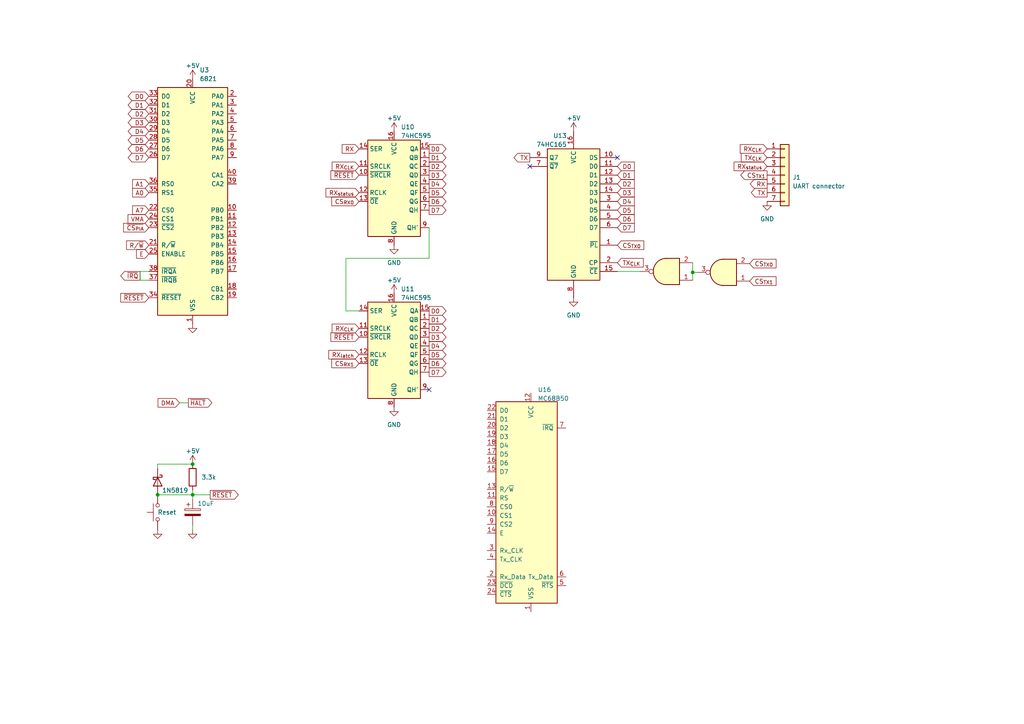
<source format=kicad_sch>
(kicad_sch (version 20230121) (generator eeschema)
  (paper "A4")
  (lib_symbols
    (symbol "+5V_1" (power) (pin_names (offset 0))
      (property "Value" "+5V_1" (at 0 3.556 0))
      (symbol "+5V_1_0_1"
        (polyline (pts (xy -0.762 1.27) (xy 0 2.54)))
        (polyline (pts (xy 0 0) (xy 0 2.54)))
        (polyline (pts (xy 0 2.54) (xy 0.762 1.27)))
      )
      (symbol "+5V_1_1_1"
        (pin power_in line (at 0 0 90) (length 0) hide (name "+5V") (number "1"))
      )
    )
    (symbol "+5V_2" (power) (pin_names (offset 0))
      (property "Value" "+5V_2" (at 0 3.556 0))
      (symbol "+5V_2_0_1"
        (polyline (pts (xy -0.762 1.27) (xy 0 2.54)))
        (polyline (pts (xy 0 0) (xy 0 2.54)))
        (polyline (pts (xy 0 2.54) (xy 0.762 1.27)))
      )
      (symbol "+5V_2_1_1"
        (pin power_in line (at 0 0 90) (length 0) hide (name "+5V") (number "1"))
      )
    )
    (symbol "74xx:74HC00" (pin_names (offset 1.016))
      (property "Reference" "U" (at 0 1.27 0))
      (property "Value" "74HC00" (at 0 -1.27 0))
      (symbol "74HC00_1_1"
        (arc (start 0 -3.81) (mid 3.7934 0) (end 0 3.81) (stroke (width 0.254)) (fill (type background)))
        (polyline (pts (xy 0 3.81) (xy -3.81 3.81) (xy -3.81 -3.81) (xy 0 -3.81)) (stroke (width 0.254)) (fill (type background)))
        (pin input line (at -7.62 2.54 0) (length 3.81) (name "~") (number "1"))
        (pin input line (at -7.62 -2.54 0) (length 3.81) (name "~") (number "2"))
        (pin output inverted (at 7.62 0 180) (length 3.81) (name "~") (number "3"))
      )
      (symbol "74HC00_1_2"
        (arc (start -3.81 -3.81) (mid -2.589 0) (end -3.81 3.81) (stroke (width 0.254)))
        (arc (start -0.6096 -3.81) (mid 2.1842 -2.5851) (end 3.81 0) (stroke (width 0.254)) (fill (type background)))
        (polyline (pts (xy -3.81 -3.81) (xy -0.635 -3.81)) (stroke (width 0.254)) (fill (type background)))
        (polyline (pts (xy -3.81 3.81) (xy -0.635 3.81)) (stroke (width 0.254)) (fill (type background)))
        (polyline (pts (xy -0.635 3.81) (xy -3.81 3.81) (xy -3.81 3.81) (xy -3.556 3.4036) (xy -3.0226 2.2606) (xy -2.6924 1.0414) (xy -2.6162 -0.254) (xy -2.7686 -1.4986) (xy -3.175 -2.7178) (xy -3.81 -3.81) (xy -3.81 -3.81) (xy -0.635 -3.81)) (stroke (width -25.4)) (fill (type background)))
        (arc (start 3.81 0) (mid 2.1915 2.5936) (end -0.6096 3.81) (stroke (width 0.254)) (fill (type background)))
        (pin input inverted (at -7.62 2.54 0) (length 4.318) (name "~") (number "1"))
        (pin input inverted (at -7.62 -2.54 0) (length 4.318) (name "~") (number "2"))
        (pin output line (at 7.62 0 180) (length 3.81) (name "~") (number "3"))
      )
      (symbol "74HC00_2_1"
        (arc (start 0 -3.81) (mid 3.7934 0) (end 0 3.81) (stroke (width 0.254)) (fill (type background)))
        (polyline (pts (xy 0 3.81) (xy -3.81 3.81) (xy -3.81 -3.81) (xy 0 -3.81)) (stroke (width 0.254)) (fill (type background)))
        (pin input line (at -7.62 2.54 0) (length 3.81) (name "~") (number "4"))
        (pin input line (at -7.62 -2.54 0) (length 3.81) (name "~") (number "5"))
        (pin output inverted (at 7.62 0 180) (length 3.81) (name "~") (number "6"))
      )
      (symbol "74HC00_2_2"
        (arc (start -3.81 -3.81) (mid -2.589 0) (end -3.81 3.81) (stroke (width 0.254)))
        (arc (start -0.6096 -3.81) (mid 2.1842 -2.5851) (end 3.81 0) (stroke (width 0.254)) (fill (type background)))
        (polyline (pts (xy -3.81 -3.81) (xy -0.635 -3.81)) (stroke (width 0.254)) (fill (type background)))
        (polyline (pts (xy -3.81 3.81) (xy -0.635 3.81)) (stroke (width 0.254)) (fill (type background)))
        (polyline (pts (xy -0.635 3.81) (xy -3.81 3.81) (xy -3.81 3.81) (xy -3.556 3.4036) (xy -3.0226 2.2606) (xy -2.6924 1.0414) (xy -2.6162 -0.254) (xy -2.7686 -1.4986) (xy -3.175 -2.7178) (xy -3.81 -3.81) (xy -3.81 -3.81) (xy -0.635 -3.81)) (stroke (width -25.4)) (fill (type background)))
        (arc (start 3.81 0) (mid 2.1915 2.5936) (end -0.6096 3.81) (stroke (width 0.254)) (fill (type background)))
        (pin input inverted (at -7.62 2.54 0) (length 4.318) (name "~") (number "4"))
        (pin input inverted (at -7.62 -2.54 0) (length 4.318) (name "~") (number "5"))
        (pin output line (at 7.62 0 180) (length 3.81) (name "~") (number "6"))
      )
      (symbol "74HC00_3_1"
        (arc (start 0 -3.81) (mid 3.7934 0) (end 0 3.81) (stroke (width 0.254)) (fill (type background)))
        (polyline (pts (xy 0 3.81) (xy -3.81 3.81) (xy -3.81 -3.81) (xy 0 -3.81)) (stroke (width 0.254)) (fill (type background)))
        (pin input line (at -7.62 -2.54 0) (length 3.81) (name "~") (number "10"))
        (pin output inverted (at 7.62 0 180) (length 3.81) (name "~") (number "8"))
        (pin input line (at -7.62 2.54 0) (length 3.81) (name "~") (number "9"))
      )
      (symbol "74HC00_3_2"
        (arc (start -3.81 -3.81) (mid -2.589 0) (end -3.81 3.81) (stroke (width 0.254)))
        (arc (start -0.6096 -3.81) (mid 2.1842 -2.5851) (end 3.81 0) (stroke (width 0.254)) (fill (type background)))
        (polyline (pts (xy -3.81 -3.81) (xy -0.635 -3.81)) (stroke (width 0.254)) (fill (type background)))
        (polyline (pts (xy -3.81 3.81) (xy -0.635 3.81)) (stroke (width 0.254)) (fill (type background)))
        (polyline (pts (xy -0.635 3.81) (xy -3.81 3.81) (xy -3.81 3.81) (xy -3.556 3.4036) (xy -3.0226 2.2606) (xy -2.6924 1.0414) (xy -2.6162 -0.254) (xy -2.7686 -1.4986) (xy -3.175 -2.7178) (xy -3.81 -3.81) (xy -3.81 -3.81) (xy -0.635 -3.81)) (stroke (width -25.4)) (fill (type background)))
        (arc (start 3.81 0) (mid 2.1915 2.5936) (end -0.6096 3.81) (stroke (width 0.254)) (fill (type background)))
        (pin input inverted (at -7.62 -2.54 0) (length 4.318) (name "~") (number "10"))
        (pin output line (at 7.62 0 180) (length 3.81) (name "~") (number "8"))
        (pin input inverted (at -7.62 2.54 0) (length 4.318) (name "~") (number "9"))
      )
      (symbol "74HC00_4_1"
        (arc (start 0 -3.81) (mid 3.7934 0) (end 0 3.81) (stroke (width 0.254)) (fill (type background)))
        (polyline (pts (xy 0 3.81) (xy -3.81 3.81) (xy -3.81 -3.81) (xy 0 -3.81)) (stroke (width 0.254)) (fill (type background)))
        (pin output inverted (at 7.62 0 180) (length 3.81) (name "~") (number "11"))
        (pin input line (at -7.62 2.54 0) (length 3.81) (name "~") (number "12"))
        (pin input line (at -7.62 -2.54 0) (length 3.81) (name "~") (number "13"))
      )
      (symbol "74HC00_4_2"
        (arc (start -3.81 -3.81) (mid -2.589 0) (end -3.81 3.81) (stroke (width 0.254)))
        (arc (start -0.6096 -3.81) (mid 2.1842 -2.5851) (end 3.81 0) (stroke (width 0.254)) (fill (type background)))
        (polyline (pts (xy -3.81 -3.81) (xy -0.635 -3.81)) (stroke (width 0.254)) (fill (type background)))
        (polyline (pts (xy -3.81 3.81) (xy -0.635 3.81)) (stroke (width 0.254)) (fill (type background)))
        (polyline (pts (xy -0.635 3.81) (xy -3.81 3.81) (xy -3.81 3.81) (xy -3.556 3.4036) (xy -3.0226 2.2606) (xy -2.6924 1.0414) (xy -2.6162 -0.254) (xy -2.7686 -1.4986) (xy -3.175 -2.7178) (xy -3.81 -3.81) (xy -3.81 -3.81) (xy -0.635 -3.81)) (stroke (width -25.4)) (fill (type background)))
        (arc (start 3.81 0) (mid 2.1915 2.5936) (end -0.6096 3.81) (stroke (width 0.254)) (fill (type background)))
        (pin output line (at 7.62 0 180) (length 3.81) (name "~") (number "11"))
        (pin input inverted (at -7.62 2.54 0) (length 4.318) (name "~") (number "12"))
        (pin input inverted (at -7.62 -2.54 0) (length 4.318) (name "~") (number "13"))
      )
      (symbol "74HC00_5_0"
        (pin power_in line (at 0 12.7 270) (length 5.08) (name "VCC") (number "14"))
        (pin power_in line (at 0 -12.7 90) (length 5.08) (name "GND") (number "7"))
      )
      (symbol "74HC00_5_1"
        (rectangle (start -5.08 7.62) (end 5.08 -7.62) (stroke (width 0.254)) (fill (type background)))
      )
    )
    (symbol "74xx:74HC165"
      (property "Reference" "U" (at -7.62 19.05 0))
      (property "Value" "74HC165" (at -7.62 -21.59 0))
      (symbol "74HC165_1_0"
        (pin input line (at -12.7 -10.16 0) (length 5.08) (name "~{PL}") (number "1"))
        (pin input line (at -12.7 15.24 0) (length 5.08) (name "DS") (number "10"))
        (pin input line (at -12.7 12.7 0) (length 5.08) (name "D0") (number "11"))
        (pin input line (at -12.7 10.16 0) (length 5.08) (name "D1") (number "12"))
        (pin input line (at -12.7 7.62 0) (length 5.08) (name "D2") (number "13"))
        (pin input line (at -12.7 5.08 0) (length 5.08) (name "D3") (number "14"))
        (pin input line (at -12.7 -17.78 0) (length 5.08) (name "~{CE}") (number "15"))
        (pin power_in line (at 0 22.86 270) (length 5.08) (name "VCC") (number "16"))
        (pin input line (at -12.7 -15.24 0) (length 5.08) (name "CP") (number "2"))
        (pin input line (at -12.7 2.54 0) (length 5.08) (name "D4") (number "3"))
        (pin input line (at -12.7 0 0) (length 5.08) (name "D5") (number "4"))
        (pin input line (at -12.7 -2.54 0) (length 5.08) (name "D6") (number "5"))
        (pin input line (at -12.7 -5.08 0) (length 5.08) (name "D7") (number "6"))
        (pin output line (at 12.7 12.7 180) (length 5.08) (name "~{Q7}") (number "7"))
        (pin power_in line (at 0 -25.4 90) (length 5.08) (name "GND") (number "8"))
        (pin output line (at 12.7 15.24 180) (length 5.08) (name "Q7") (number "9"))
      )
      (symbol "74HC165_1_1"
        (rectangle (start -7.62 17.78) (end 7.62 -20.32) (stroke (width 0.254)) (fill (type background)))
      )
    )
    (symbol "74xx:74HC595"
      (property "Reference" "U" (at -7.62 13.97 0))
      (property "Value" "74HC595" (at -7.62 -16.51 0))
      (symbol "74HC595_1_0"
        (pin tri_state line (at 10.16 7.62 180) (length 2.54) (name "QB") (number "1"))
        (pin input line (at -10.16 2.54 0) (length 2.54) (name "~{SRCLR}") (number "10"))
        (pin input line (at -10.16 5.08 0) (length 2.54) (name "SRCLK") (number "11"))
        (pin input line (at -10.16 -2.54 0) (length 2.54) (name "RCLK") (number "12"))
        (pin input line (at -10.16 -5.08 0) (length 2.54) (name "~{OE}") (number "13"))
        (pin input line (at -10.16 10.16 0) (length 2.54) (name "SER") (number "14"))
        (pin tri_state line (at 10.16 10.16 180) (length 2.54) (name "QA") (number "15"))
        (pin power_in line (at 0 15.24 270) (length 2.54) (name "VCC") (number "16"))
        (pin tri_state line (at 10.16 5.08 180) (length 2.54) (name "QC") (number "2"))
        (pin tri_state line (at 10.16 2.54 180) (length 2.54) (name "QD") (number "3"))
        (pin tri_state line (at 10.16 0 180) (length 2.54) (name "QE") (number "4"))
        (pin tri_state line (at 10.16 -2.54 180) (length 2.54) (name "QF") (number "5"))
        (pin tri_state line (at 10.16 -5.08 180) (length 2.54) (name "QG") (number "6"))
        (pin tri_state line (at 10.16 -7.62 180) (length 2.54) (name "QH") (number "7"))
        (pin power_in line (at 0 -17.78 90) (length 2.54) (name "GND") (number "8"))
        (pin output line (at 10.16 -12.7 180) (length 2.54) (name "QH'") (number "9"))
      )
      (symbol "74HC595_1_1"
        (rectangle (start -7.62 12.7) (end 7.62 -15.24) (stroke (width 0.254)) (fill (type background)))
      )
    )
    (symbol "Connector_Generic:Conn_01x07" (pin_names (offset 1.016) hide)
      (property "Reference" "J" (at 0 10.16 0))
      (property "Value" "Conn_01x07" (at 0 -10.16 0))
      (symbol "Conn_01x07_1_1"
        (rectangle (start -1.27 -7.493) (end 0 -7.747) (stroke (width 0.1524)))
        (rectangle (start -1.27 -4.953) (end 0 -5.207) (stroke (width 0.1524)))
        (rectangle (start -1.27 -2.413) (end 0 -2.667) (stroke (width 0.1524)))
        (rectangle (start -1.27 0.127) (end 0 -0.127) (stroke (width 0.1524)))
        (rectangle (start -1.27 2.667) (end 0 2.413) (stroke (width 0.1524)))
        (rectangle (start -1.27 5.207) (end 0 4.953) (stroke (width 0.1524)))
        (rectangle (start -1.27 7.747) (end 0 7.493) (stroke (width 0.1524)))
        (rectangle (start -1.27 8.89) (end 1.27 -8.89) (stroke (width 0.254)) (fill (type background)))
        (pin passive line (at -5.08 7.62 0) (length 3.81) (name "Pin_1") (number "1"))
        (pin passive line (at -5.08 5.08 0) (length 3.81) (name "Pin_2") (number "2"))
        (pin passive line (at -5.08 2.54 0) (length 3.81) (name "Pin_3") (number "3"))
        (pin passive line (at -5.08 0 0) (length 3.81) (name "Pin_4") (number "4"))
        (pin passive line (at -5.08 -2.54 0) (length 3.81) (name "Pin_5") (number "5"))
        (pin passive line (at -5.08 -5.08 0) (length 3.81) (name "Pin_6") (number "6"))
        (pin passive line (at -5.08 -7.62 0) (length 3.81) (name "Pin_7") (number "7"))
      )
    )
    (symbol "Device:C_Polarized" (pin_numbers hide) (pin_names (offset 0.254))
      (property "Reference" "C" (at 0.635 2.54 0))
      (property "Value" "C_Polarized" (at 0.635 -2.54 0))
      (symbol "C_Polarized_0_1"
        (rectangle (start -2.286 0.508) (end 2.286 1.016))
        (polyline (pts (xy -1.778 2.286) (xy -0.762 2.286)))
        (polyline (pts (xy -1.27 2.794) (xy -1.27 1.778)))
        (rectangle (start 2.286 -0.508) (end -2.286 -1.016) (fill (type outline)))
      )
      (symbol "C_Polarized_1_1"
        (pin passive line (at 0 3.81 270) (length 2.794) (name "~") (number "1"))
        (pin passive line (at 0 -3.81 90) (length 2.794) (name "~") (number "2"))
      )
    )
    (symbol "Device:R" (pin_numbers hide) (pin_names (offset 0))
      (property "Reference" "R" (at 2.032 0 90))
      (property "Value" "R" (at 0 0 90))
      (symbol "R_0_1"
        (rectangle (start -1.016 -2.54) (end 1.016 2.54) (stroke (width 0.254)))
      )
      (symbol "R_1_1"
        (pin passive line (at 0 3.81 270) (length 1.27) (name "~") (number "1"))
        (pin passive line (at 0 -3.81 90) (length 1.27) (name "~") (number "2"))
      )
    )
    (symbol "Diode:1N5819" (pin_numbers hide) (pin_names (offset 1.016) hide)
      (property "Reference" "D" (at 0 2.54 0))
      (property "Value" "1N5819" (at 0 -2.54 0))
      (symbol "1N5819_0_1"
        (polyline (pts (xy 1.27 0) (xy -1.27 0)))
        (polyline (pts (xy 1.27 1.27) (xy 1.27 -1.27) (xy -1.27 0) (xy 1.27 1.27)) (stroke (width 0.254)))
        (polyline (pts (xy -1.905 0.635) (xy -1.905 1.27) (xy -1.27 1.27) (xy -1.27 -1.27) (xy -0.635 -1.27) (xy -0.635 -0.635)) (stroke (width 0.254)))
      )
      (symbol "1N5819_1_1"
        (pin passive line (at -3.81 0 0) (length 2.54) (name "K") (number "1"))
        (pin passive line (at 3.81 0 180) (length 2.54) (name "A") (number "2"))
      )
    )
    (symbol "GND_1" (power) (pin_names (offset 0))
      (property "Value" "GND_1" (at 0 -3.81 0))
      (symbol "GND_1_0_1"
        (polyline (pts (xy 0 0) (xy 0 -1.27) (xy 1.27 -1.27) (xy 0 -2.54) (xy -1.27 -1.27) (xy 0 -1.27)))
      )
      (symbol "GND_1_1_1"
        (pin power_in line (at 0 0 270) (length 0) hide (name "GND") (number "1"))
      )
    )
    (symbol "GND_2" (power) (pin_names (offset 0))
      (property "Value" "GND_2" (at 0 -3.81 0))
      (symbol "GND_2_0_1"
        (polyline (pts (xy 0 0) (xy 0 -1.27) (xy 1.27 -1.27) (xy 0 -2.54) (xy -1.27 -1.27) (xy 0 -1.27)))
      )
      (symbol "GND_2_1_1"
        (pin power_in line (at 0 0 270) (length 0) hide (name "GND") (number "1"))
      )
    )
    (symbol "GND_3" (power) (pin_names (offset 0))
      (property "Value" "GND_3" (at 0 -3.81 0))
      (symbol "GND_3_0_1"
        (polyline (pts (xy 0 0) (xy 0 -1.27) (xy 1.27 -1.27) (xy 0 -2.54) (xy -1.27 -1.27) (xy 0 -1.27)))
      )
      (symbol "GND_3_1_1"
        (pin power_in line (at 0 0 270) (length 0) hide (name "GND") (number "1"))
      )
    )
    (symbol "Interface:6821" (pin_names (offset 1.016))
      (property "Reference" "U" (at -7.62 34.29 0))
      (property "Value" "6821" (at 10.16 34.29 0))
      (symbol "6821_0_1"
        (rectangle (start -10.16 -33.02) (end 10.16 33.02) (stroke (width 0.254)) (fill (type background)))
      )
      (symbol "6821_1_1"
        (pin power_in line (at 0 -35.56 90) (length 2.54) (name "VSS") (number "1"))
        (pin bidirectional line (at 12.7 -2.54 180) (length 2.54) (name "PB0") (number "10"))
        (pin bidirectional line (at 12.7 -5.08 180) (length 2.54) (name "PB1") (number "11"))
        (pin bidirectional line (at 12.7 -7.62 180) (length 2.54) (name "PB2") (number "12"))
        (pin bidirectional line (at 12.7 -10.16 180) (length 2.54) (name "PB3") (number "13"))
        (pin bidirectional line (at 12.7 -12.7 180) (length 2.54) (name "PB4") (number "14"))
        (pin bidirectional line (at 12.7 -15.24 180) (length 2.54) (name "PB5") (number "15"))
        (pin bidirectional line (at 12.7 -17.78 180) (length 2.54) (name "PB6") (number "16"))
        (pin bidirectional line (at 12.7 -20.32 180) (length 2.54) (name "PB7") (number "17"))
        (pin input line (at 12.7 -25.4 180) (length 2.54) (name "CB1") (number "18"))
        (pin bidirectional line (at 12.7 -27.94 180) (length 2.54) (name "CB2") (number "19"))
        (pin bidirectional line (at 12.7 30.48 180) (length 2.54) (name "PA0") (number "2"))
        (pin power_in line (at 0 35.56 270) (length 2.54) (name "VCC") (number "20"))
        (pin input line (at -12.7 -12.7 0) (length 2.54) (name "R/~{W}") (number "21"))
        (pin input line (at -12.7 -2.54 0) (length 2.54) (name "CS0") (number "22"))
        (pin input line (at -12.7 -7.62 0) (length 2.54) (name "~{CS2}") (number "23"))
        (pin input line (at -12.7 -5.08 0) (length 2.54) (name "CS1") (number "24"))
        (pin input line (at -12.7 -15.24 0) (length 2.54) (name "ENABLE") (number "25"))
        (pin bidirectional line (at -12.7 12.7 0) (length 2.54) (name "D7") (number "26"))
        (pin bidirectional line (at -12.7 15.24 0) (length 2.54) (name "D6") (number "27"))
        (pin bidirectional line (at -12.7 17.78 0) (length 2.54) (name "D5") (number "28"))
        (pin bidirectional line (at -12.7 20.32 0) (length 2.54) (name "D4") (number "29"))
        (pin bidirectional line (at 12.7 27.94 180) (length 2.54) (name "PA1") (number "3"))
        (pin bidirectional line (at -12.7 22.86 0) (length 2.54) (name "D3") (number "30"))
        (pin bidirectional line (at -12.7 25.4 0) (length 2.54) (name "D2") (number "31"))
        (pin bidirectional line (at -12.7 27.94 0) (length 2.54) (name "D1") (number "32"))
        (pin bidirectional line (at -12.7 30.48 0) (length 2.54) (name "D0") (number "33"))
        (pin input line (at -12.7 -27.94 0) (length 2.54) (name "~{RESET}") (number "34"))
        (pin input line (at -12.7 2.54 0) (length 2.54) (name "RS1") (number "35"))
        (pin input line (at -12.7 5.08 0) (length 2.54) (name "RS0") (number "36"))
        (pin open_collector line (at -12.7 -22.86 0) (length 2.54) (name "~{IRQB}") (number "37"))
        (pin open_collector line (at -12.7 -20.32 0) (length 2.54) (name "~{IRQA}") (number "38"))
        (pin bidirectional line (at 12.7 5.08 180) (length 2.54) (name "CA2") (number "39"))
        (pin bidirectional line (at 12.7 25.4 180) (length 2.54) (name "PA2") (number "4"))
        (pin input line (at 12.7 7.62 180) (length 2.54) (name "CA1") (number "40"))
        (pin bidirectional line (at 12.7 22.86 180) (length 2.54) (name "PA3") (number "5"))
        (pin bidirectional line (at 12.7 20.32 180) (length 2.54) (name "PA4") (number "6"))
        (pin bidirectional line (at 12.7 17.78 180) (length 2.54) (name "PA5") (number "7"))
        (pin bidirectional line (at 12.7 15.24 180) (length 2.54) (name "PA6") (number "8"))
        (pin bidirectional line (at 12.7 12.7 180) (length 2.54) (name "PA7") (number "9"))
      )
    )
    (symbol "Interface_UART:MC68B50" (pin_names (offset 1.016))
      (property "Reference" "U" (at -7.366 31.75 0))
      (property "Value" "MC68B50" (at 10.414 31.75 0))
      (symbol "MC68B50_1_1"
        (rectangle (start -10.16 -27.94) (end 7.62 30.48) (stroke (width 0.254)) (fill (type background)))
        (pin power_in line (at 0 -30.48 90) (length 2.54) (name "VSS") (number "1"))
        (pin input line (at -12.7 -2.54 0) (length 2.54) (name "CS1") (number "10"))
        (pin input line (at -12.7 2.54 0) (length 2.54) (name "RS") (number "11"))
        (pin power_in line (at 0 33.02 270) (length 2.54) (name "VCC") (number "12"))
        (pin input line (at -12.7 5.08 0) (length 2.54) (name "R/~{W}") (number "13"))
        (pin input line (at -12.7 -7.62 0) (length 2.54) (name "E") (number "14"))
        (pin bidirectional line (at -12.7 10.16 0) (length 2.54) (name "D7") (number "15"))
        (pin bidirectional line (at -12.7 12.7 0) (length 2.54) (name "D6") (number "16"))
        (pin bidirectional line (at -12.7 15.24 0) (length 2.54) (name "D5") (number "17"))
        (pin bidirectional line (at -12.7 17.78 0) (length 2.54) (name "D4") (number "18"))
        (pin bidirectional line (at -12.7 20.32 0) (length 2.54) (name "D3") (number "19"))
        (pin input line (at -12.7 -20.32 0) (length 2.54) (name "Rx_Data") (number "2"))
        (pin bidirectional line (at -12.7 22.86 0) (length 2.54) (name "D2") (number "20"))
        (pin bidirectional line (at -12.7 25.4 0) (length 2.54) (name "D1") (number "21"))
        (pin bidirectional line (at -12.7 27.94 0) (length 2.54) (name "D0") (number "22"))
        (pin input line (at -12.7 -22.86 0) (length 2.54) (name "~{DCD}") (number "23"))
        (pin input line (at -12.7 -25.4 0) (length 2.54) (name "~{CTS}") (number "24"))
        (pin input line (at -12.7 -12.7 0) (length 2.54) (name "Rx_CLK") (number "3"))
        (pin input line (at -12.7 -15.24 0) (length 2.54) (name "Tx_CLK") (number "4"))
        (pin output line (at 10.16 -22.86 180) (length 2.54) (name "~{RTS}") (number "5"))
        (pin output line (at 10.16 -20.32 180) (length 2.54) (name "Tx_Data") (number "6"))
        (pin output line (at 10.16 22.86 180) (length 2.54) (name "~{IRQ}") (number "7"))
        (pin input line (at -12.7 0 0) (length 2.54) (name "CS0") (number "8"))
        (pin input line (at -12.7 -5.08 0) (length 2.54) (name "CS2") (number "9"))
      )
    )
    (symbol "Switch:SW_Push" (pin_numbers hide) (pin_names (offset 1.016) hide)
      (property "Reference" "SW" (at 1.27 2.54 0))
      (property "Value" "SW_Push" (at 0 -1.524 0))
      (symbol "SW_Push_0_1"
        (circle (center -2.032 0) (radius 0.508))
        (polyline (pts (xy 0 1.27) (xy 0 3.048)))
        (polyline (pts (xy 2.54 1.27) (xy -2.54 1.27)))
        (circle (center 2.032 0) (radius 0.508))
        (pin passive line (at -5.08 0 0) (length 2.54) (name "1") (number "1"))
        (pin passive line (at 5.08 0 180) (length 2.54) (name "2") (number "2"))
      )
    )
    (symbol "power:+5V" (power) (pin_names (offset 0))
      (property "Value" "+5V" (at 0 3.556 0))
      (symbol "+5V_0_1"
        (polyline (pts (xy -0.762 1.27) (xy 0 2.54)))
        (polyline (pts (xy 0 0) (xy 0 2.54)))
        (polyline (pts (xy 0 2.54) (xy 0.762 1.27)))
      )
      (symbol "+5V_1_1"
        (pin power_in line (at 0 0 90) (length 0) hide (name "+5V") (number "1"))
      )
    )
    (symbol "power:GND" (power) (pin_names (offset 0))
      (property "Value" "GND" (at 0 -3.81 0))
      (symbol "GND_0_1"
        (polyline (pts (xy 0 0) (xy 0 -1.27) (xy 1.27 -1.27) (xy 0 -2.54) (xy -1.27 -1.27) (xy 0 -1.27)))
      )
      (symbol "GND_1_1"
        (pin power_in line (at 0 0 270) (length 0) hide (name "GND") (number "1"))
      )
    )
  )
  (junction (at 45.72 143.51))
  (junction (at 200.914 78.994))
  (junction (at 55.88 143.51))
  (junction (at 55.88 134.62))
  (no_connect (at 153.67 48.26))
  (no_connect (at 124.46 113.03))
  (no_connect (at 179.07 45.72))
  (wire (pts (xy 55.88 143.51) (xy 55.88 144.78)))
  (wire (pts (xy 200.914 76.2) (xy 200.914 78.994)))
  (wire (pts (xy 55.88 142.24) (xy 55.88 143.51)))
  (wire (pts (xy 54.61 116.84) (xy 52.07 116.84)))
  (wire (pts (xy 200.914 78.994) (xy 200.914 81.28)))
  (wire (pts (xy 200.914 78.994) (xy 202.184 78.994)))
  (wire (pts (xy 179.07 78.74) (xy 185.674 78.74)))
  (wire (pts (xy 45.72 135.89) (xy 45.72 134.62)))
  (wire (pts (xy 40.64 81.28) (xy 43.18 81.28)))
  (wire (pts (xy 43.18 78.74) (xy 40.64 78.74)))
  (wire (pts (xy 45.72 134.62) (xy 55.88 134.62)))
  (wire (pts (xy 100.33 74.93) (xy 100.33 90.17)))
  (wire (pts (xy 55.88 143.51) (xy 60.96 143.51)))
  (wire (pts (xy 124.46 66.04) (xy 124.46 74.93)))
  (wire (pts (xy 55.88 153.67) (xy 55.88 152.4)))
  (wire (pts (xy 124.46 74.93) (xy 100.33 74.93)))
  (wire (pts (xy 100.33 90.17) (xy 104.14 90.17)))
  (wire (pts (xy 45.72 143.51) (xy 55.88 143.51)))
  (wire (pts (xy 40.64 78.74) (xy 40.64 81.28)))
  (global_label "D5" (shape input) (at 179.07 60.96 0) (property "Intersheetrefs" "${INTERSHEET_REFS}" (effects hide)))
  (global_label "~{RESET}" (shape output) (at 60.96 143.51 0) (property "Intersheetrefs" "${INTERSHEET_REFS}" (effects hide)))
  (global_label "D2" (shape input) (at 179.07 53.34 0) (property "Intersheetrefs" "${INTERSHEET_REFS}" (effects hide)))
  (global_label "D5" (shape output) (at 124.46 55.88 0) (property "Intersheetrefs" "${INTERSHEET_REFS}" (effects hide)))
  (global_label "D6" (shape output) (at 124.46 58.42 0) (property "Intersheetrefs" "${INTERSHEET_REFS}" (effects hide)))
  (global_label "D2" (shape output) (at 124.46 95.25 0) (property "Intersheetrefs" "${INTERSHEET_REFS}" (effects hide)))
  (global_label "D0" (shape input) (at 179.07 48.26 0) (property "Intersheetrefs" "${INTERSHEET_REFS}" (effects hide)))
  (global_label "CS_{TX1}" (shape input) (at 217.424 81.534 0) (property "Intersheetrefs" "${INTERSHEET_REFS}" (effects hide)))
  (global_label "RX_{latch}" (shape input) (at 104.14 102.87 180) (property "Intersheetrefs" "${INTERSHEET_REFS}" (effects hide)))
  (global_label "CS_{RX0}" (shape input) (at 104.14 58.42 180) (property "Intersheetrefs" "${INTERSHEET_REFS}" (effects hide)))
  (global_label "D0" (shape bidirectional) (at 43.18 27.94 180) (property "Intersheetrefs" "${INTERSHEET_REFS}" (effects hide)))
  (global_label "D6" (shape output) (at 124.46 105.41 0) (property "Intersheetrefs" "${INTERSHEET_REFS}" (effects hide)))
  (global_label "RX_{status}" (shape input) (at 104.14 55.88 180) (property "Intersheetrefs" "${INTERSHEET_REFS}" (effects hide)))
  (global_label "TX" (shape output) (at 153.67 45.72 180) (property "Intersheetrefs" "${INTERSHEET_REFS}" (effects hide)))
  (global_label "CS_{TX0}" (shape input) (at 217.424 76.454 0) (property "Intersheetrefs" "${INTERSHEET_REFS}" (effects hide)))
  (global_label "D3" (shape input) (at 179.07 55.88 0) (property "Intersheetrefs" "${INTERSHEET_REFS}" (effects hide)))
  (global_label "D2" (shape output) (at 124.46 48.26 0) (property "Intersheetrefs" "${INTERSHEET_REFS}" (effects hide)))
  (global_label "E" (shape input) (at 43.18 73.66 180) (property "Intersheetrefs" "${INTERSHEET_REFS}" (effects hide)))
  (global_label "A0" (shape input) (at 43.18 55.88 180) (property "Intersheetrefs" "${INTERSHEET_REFS}" (effects hide)))
  (global_label "RX" (shape output) (at 222.504 53.34 180) (property "Intersheetrefs" "${INTERSHEET_REFS}" (effects hide)))
  (global_label "D1" (shape output) (at 124.46 92.71 0) (property "Intersheetrefs" "${INTERSHEET_REFS}" (effects hide)))
  (global_label "RX_{CLK}" (shape input) (at 104.14 95.25 180) (property "Intersheetrefs" "${INTERSHEET_REFS}" (effects hide)))
  (global_label "D5" (shape bidirectional) (at 43.18 40.64 180) (property "Intersheetrefs" "${INTERSHEET_REFS}" (effects hide)))
  (global_label "D5" (shape output) (at 124.46 102.87 0) (property "Intersheetrefs" "${INTERSHEET_REFS}" (effects hide)))
  (global_label "A1" (shape input) (at 43.18 53.34 180) (property "Intersheetrefs" "${INTERSHEET_REFS}" (effects hide)))
  (global_label "~{RESET}" (shape input) (at 104.14 97.79 180) (property "Intersheetrefs" "${INTERSHEET_REFS}" (effects hide)))
  (global_label "D6" (shape input) (at 179.07 63.5 0) (property "Intersheetrefs" "${INTERSHEET_REFS}" (effects hide)))
  (global_label "DMA" (shape input) (at 52.07 116.84 180) (property "Intersheetrefs" "${INTERSHEET_REFS}" (effects hide)))
  (global_label "D3" (shape bidirectional) (at 43.18 35.56 180) (property "Intersheetrefs" "${INTERSHEET_REFS}" (effects hide)))
  (global_label "D4" (shape output) (at 124.46 53.34 0) (property "Intersheetrefs" "${INTERSHEET_REFS}" (effects hide)))
  (global_label "~{HALT}" (shape output) (at 54.61 116.84 0) (property "Intersheetrefs" "${INTERSHEET_REFS}" (effects hide)))
  (global_label "D7" (shape output) (at 124.46 107.95 0) (property "Intersheetrefs" "${INTERSHEET_REFS}" (effects hide)))
  (global_label "D6" (shape bidirectional) (at 43.18 43.18 180) (property "Intersheetrefs" "${INTERSHEET_REFS}" (effects hide)))
  (global_label "D0" (shape output) (at 124.46 43.18 0) (property "Intersheetrefs" "${INTERSHEET_REFS}" (effects hide)))
  (global_label "D1" (shape bidirectional) (at 43.18 30.48 180) (property "Intersheetrefs" "${INTERSHEET_REFS}" (effects hide)))
  (global_label "R{slash}~{W}" (shape input) (at 43.18 71.12 180) (property "Intersheetrefs" "${INTERSHEET_REFS}" (effects hide)))
  (global_label "CS_{TX1}" (shape output) (at 222.504 50.8 180) (property "Intersheetrefs" "${INTERSHEET_REFS}" (effects hide)))
  (global_label "~{CS_{PIA}}" (shape input) (at 43.18 66.04 180) (property "Intersheetrefs" "${INTERSHEET_REFS}" (effects hide)))
  (global_label "D2" (shape bidirectional) (at 43.18 33.02 180) (property "Intersheetrefs" "${INTERSHEET_REFS}" (effects hide)))
  (global_label "RX_{CLK}" (shape input) (at 222.504 43.18 180) (property "Intersheetrefs" "${INTERSHEET_REFS}" (effects hide)))
  (global_label "D1" (shape output) (at 124.46 45.72 0) (property "Intersheetrefs" "${INTERSHEET_REFS}" (effects hide)))
  (global_label "RX_{CLK}" (shape input) (at 104.14 48.26 180) (property "Intersheetrefs" "${INTERSHEET_REFS}" (effects hide)))
  (global_label "D1" (shape input) (at 179.07 50.8 0) (property "Intersheetrefs" "${INTERSHEET_REFS}" (effects hide)))
  (global_label "D7" (shape bidirectional) (at 43.18 45.72 180) (property "Intersheetrefs" "${INTERSHEET_REFS}" (effects hide)))
  (global_label "D4" (shape output) (at 124.46 100.33 0) (property "Intersheetrefs" "${INTERSHEET_REFS}" (effects hide)))
  (global_label "D7" (shape output) (at 124.46 60.96 0) (property "Intersheetrefs" "${INTERSHEET_REFS}" (effects hide)))
  (global_label "~{RESET}" (shape input) (at 43.18 86.36 180) (property "Intersheetrefs" "${INTERSHEET_REFS}" (effects hide)))
  (global_label "RX_{status}" (shape input) (at 222.504 48.26 180) (property "Intersheetrefs" "${INTERSHEET_REFS}" (effects hide)))
  (global_label "CS_{RX1}" (shape input) (at 104.14 105.41 180) (property "Intersheetrefs" "${INTERSHEET_REFS}" (effects hide)))
  (global_label "D4" (shape input) (at 179.07 58.42 0) (property "Intersheetrefs" "${INTERSHEET_REFS}" (effects hide)))
  (global_label "RX" (shape input) (at 104.14 43.18 180) (property "Intersheetrefs" "${INTERSHEET_REFS}" (effects hide)))
  (global_label "CS_{TX0}" (shape input) (at 179.07 71.12 0) (property "Intersheetrefs" "${INTERSHEET_REFS}" (effects hide)))
  (global_label "TX" (shape output) (at 222.504 55.88 180) (property "Intersheetrefs" "${INTERSHEET_REFS}" (effects hide)))
  (global_label "A7" (shape input) (at 43.18 60.96 180) (property "Intersheetrefs" "${INTERSHEET_REFS}" (effects hide)))
  (global_label "TX_{CLK}" (shape input) (at 222.504 45.72 180) (property "Intersheetrefs" "${INTERSHEET_REFS}" (effects hide)))
  (global_label "TX_{CLK}" (shape input) (at 179.07 76.2 0) (property "Intersheetrefs" "${INTERSHEET_REFS}" (effects hide)))
  (global_label "~{IRQ}" (shape output) (at 40.64 80.01 180) (property "Intersheetrefs" "${INTERSHEET_REFS}" (effects hide)))
  (global_label "D3" (shape output) (at 124.46 50.8 0) (property "Intersheetrefs" "${INTERSHEET_REFS}" (effects hide)))
  (global_label "D0" (shape output) (at 124.46 90.17 0) (property "Intersheetrefs" "${INTERSHEET_REFS}" (effects hide)))
  (global_label "D3" (shape output) (at 124.46 97.79 0) (property "Intersheetrefs" "${INTERSHEET_REFS}" (effects hide)))
  (global_label "~{RESET}" (shape input) (at 104.14 50.8 180) (property "Intersheetrefs" "${INTERSHEET_REFS}" (effects hide)))
  (global_label "D7" (shape input) (at 179.07 66.04 0) (property "Intersheetrefs" "${INTERSHEET_REFS}" (effects hide)))
  (global_label "D4" (shape bidirectional) (at 43.18 38.1 180) (property "Intersheetrefs" "${INTERSHEET_REFS}" (effects hide)))
  (global_label "VMA" (shape input) (at 43.18 63.5 180) (property "Intersheetrefs" "${INTERSHEET_REFS}" (effects hide)))
  (symbol (lib_id "power:GND") (at 55.88 93.98 0) (unit 1)
    (property "Reference" "#PWR015" (effects hide))
    (property "Value" "GND" (effects hide))
  )
  (symbol (lib_id "power:+5V") (at 55.88 134.62 0) (unit 1)
    (property "Reference" "#PWR05" (effects hide))
    (property "Value" "+5V" (at 55.88 130.81 0))
  )
  (symbol (lib_id "Switch:SW_Push") (at 45.72 148.59 90) (unit 1)
    (property "Reference" "SW1" (effects hide))
    (property "Value" "Reset" (at 45.72 148.59 90) (effects (justify right)))
  )
  (symbol (lib_id "power:+5V") (at 55.88 22.86 0) (unit 1)
    (property "Reference" "#PWR04" (effects hide))
    (property "Value" "+5V" (at 55.88 19.05 0))
  )
  (symbol (lib_name "GND_1") (lib_id "power:GND") (at 114.3 118.11 0) (unit 1)
    (property "Reference" "#PWR034" (effects hide))
    (property "Value" "GND" (at 114.3 123.19 0))
  )
  (symbol (lib_id "Interface:6821") (at 55.88 58.42 0) (unit 1)
    (property "Reference" "U3" (at 57.8994 20.32 0) (effects (justify left)))
    (property "Value" "6821" (at 57.8994 22.86 0) (effects (justify left)))
    (property "Footprint" "Package_DIP:DIP-40_W15.24mm" (effects hide))
    (property "Datasheet" "http://pdf.datasheetcatalog.com/datasheet/motorola/6821.pdf" (effects hide))
  )
  (symbol (lib_id "74xx:74HC595") (at 114.3 100.33 0) (unit 1)
    (property "Reference" "U11" (at 116.2559 83.82 0) (effects (justify left)))
    (property "Value" "74HC595" (at 116.2559 86.36 0) (effects (justify left)))
    (property "Footprint" "Package_DIP:DIP-16_W7.62mm_Socket" (effects hide))
    (property "Datasheet" "http://www.ti.com/lit/ds/symlink/sn74hc595.pdf" (effects hide))
  )
  (symbol (lib_name "+5V_1") (lib_id "power:+5V") (at 114.3 85.09 0) (unit 1)
    (property "Reference" "#PWR032" (effects hide))
    (property "Value" "+5V" (at 114.3 81.28 0))
  )
  (symbol (lib_name "GND_1") (lib_id "power:GND") (at 114.3 71.12 0) (unit 1)
    (property "Reference" "#PWR035" (effects hide))
    (property "Value" "GND" (at 114.3 76.2 0))
  )
  (symbol (lib_id "Device:C_Polarized") (at 55.88 148.59 0) (unit 1)
    (property "Reference" "C1" (effects hide))
    (property "Value" "10uF" (at 59.69 146.05 0))
  )
  (symbol (lib_name "GND_3") (lib_id "power:GND") (at 222.504 58.42 0) (unit 1)
    (property "Reference" "#PWR037" (effects hide))
    (property "Value" "GND" (at 222.504 63.5 0))
  )
  (symbol (lib_id "Connector_Generic:Conn_01x07") (at 227.584 50.8 0) (unit 1)
    (property "Reference" "J1" (at 229.87 51.435 0) (effects (justify left)))
    (property "Value" "UART connector" (at 229.87 53.975 0) (effects (justify left)))
  )
  (symbol (lib_name "+5V_1") (lib_id "power:+5V") (at 114.3 38.1 0) (unit 1)
    (property "Reference" "#PWR029" (effects hide))
    (property "Value" "+5V" (at 114.3 34.29 0))
  )
  (symbol (lib_id "74xx:74HC595") (at 114.3 53.34 0) (unit 1)
    (property "Reference" "U10" (at 116.2559 36.83 0) (effects (justify left)))
    (property "Value" "74HC595" (at 116.2559 39.37 0) (effects (justify left)))
    (property "Footprint" "Package_DIP:DIP-16_W7.62mm_Socket" (effects hide))
    (property "Datasheet" "http://www.ti.com/lit/ds/symlink/sn74hc595.pdf" (effects hide))
  )
  (symbol (lib_name "+5V_2") (lib_id "power:+5V") (at 166.37 38.1 0) (unit 1)
    (property "Reference" "#PWR036" (effects hide))
    (property "Value" "+5V" (at 166.37 34.29 0))
  )
  (symbol (lib_id "Device:R") (at 55.88 138.43 180) (unit 1)
    (property "Reference" "R1" (effects hide))
    (property "Value" "3.3k" (at 58.42 138.43 0) (effects (justify right)))
  )
  (symbol (lib_id "power:GND") (at 45.72 153.67 0) (unit 1)
    (property "Reference" "#PWR06" (effects hide))
    (property "Value" "GND" (effects hide))
  )
  (symbol (lib_id "Interface_UART:MC68B50") (at 154 147 0) (unit 1)
    (property "Reference" "U16" (at 155.9559 113.03 0) (effects (justify left)))
    (property "Value" "MC68B50" (at 155.9559 115.57 0) (effects (justify left)))
    (property "Footprint" "Package_DIP:DIP-24_W15.24mm_Socket" (effects hide))
    (property "Datasheet" "http://pdf.datasheetcatalog.com/datasheet/motorola/MC6850.pdf" (effects hide))
  )
  (symbol (lib_id "74xx:74HC165") (at 166.37 60.96 0) (mirror y) (unit 1)
    (property "Reference" "U13" (at 164.4141 39.37 0) (effects (justify left)))
    (property "Value" "74HC165" (at 164.4141 41.91 0) (effects (justify left)))
    (property "Datasheet" "https://assets.nexperia.com/documents/data-sheet/74HC_HCT165.pdf" (effects hide))
  )
  (symbol (lib_id "power:GND") (at 55.88 153.67 0) (unit 1)
    (property "Reference" "#PWR07" (effects hide))
    (property "Value" "GND" (effects hide))
  )
  (symbol (lib_id "74xx:74HC00") (at 209.804 78.994 180) (unit 1)
    (property "Reference" "U15" (effects hide))
    (property "Value" "74HC00" (effects hide))
    (property "Datasheet" "http://www.ti.com/lit/gpn/sn74hc00" (effects hide))
  )
  (symbol (lib_name "GND_2") (lib_id "power:GND") (at 166.37 86.36 0) (unit 1)
    (property "Reference" "#PWR033" (effects hide))
    (property "Value" "GND" (at 166.37 91.44 0))
  )
  (symbol (lib_id "74xx:74HC00") (at 193.294 78.74 180) (unit 1)
    (property "Reference" "U14" (effects hide))
    (property "Value" "74HC00" (effects hide))
    (property "Datasheet" "http://www.ti.com/lit/gpn/sn74hc00" (effects hide))
  )
  (symbol (lib_id "Diode:1N5819") (at 45.72 139.7 270) (unit 1)
    (property "Reference" "D1" (effects hide))
    (property "Value" "1N5819" (at 46.99 142.24 90) (effects (justify left)))
    (property "Footprint" "Diode_THT:D_DO-41_SOD81_P10.16mm_Horizontal" (effects hide))
    (property "Datasheet" "http://www.vishay.com/docs/88525/1n5817.pdf" (effects hide))
  )
)
</source>
